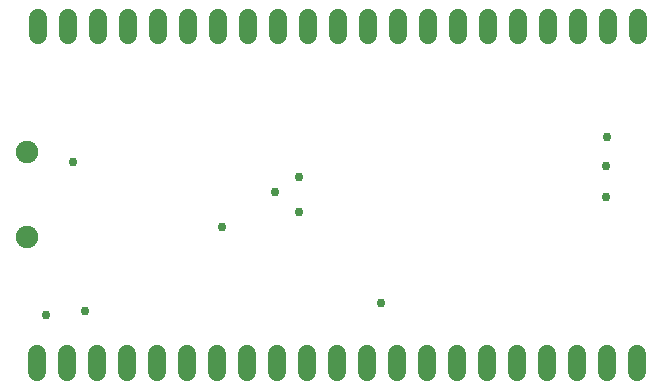
<source format=gbs>
G75*
%MOIN*%
%OFA0B0*%
%FSLAX25Y25*%
%IPPOS*%
%LPD*%
%AMOC8*
5,1,8,0,0,1.08239X$1,22.5*
%
%ADD10C,0.07480*%
%ADD11C,0.05906*%
%ADD12C,0.02953*%
D10*
X0014791Y0050030D03*
X0014791Y0078180D03*
D11*
X0018138Y0010956D02*
X0018138Y0005050D01*
X0028138Y0005050D02*
X0028138Y0010956D01*
X0038138Y0010956D02*
X0038138Y0005050D01*
X0048138Y0005050D02*
X0048138Y0010956D01*
X0058138Y0010956D02*
X0058138Y0005050D01*
X0068138Y0005050D02*
X0068138Y0010956D01*
X0078138Y0010956D02*
X0078138Y0005050D01*
X0088138Y0005050D02*
X0088138Y0010956D01*
X0098138Y0010956D02*
X0098138Y0005050D01*
X0108138Y0005050D02*
X0108138Y0010956D01*
X0118138Y0010956D02*
X0118138Y0005050D01*
X0128138Y0005050D02*
X0128138Y0010956D01*
X0138138Y0010956D02*
X0138138Y0005050D01*
X0148138Y0005050D02*
X0148138Y0010956D01*
X0158138Y0010956D02*
X0158138Y0005050D01*
X0168138Y0005050D02*
X0168138Y0010956D01*
X0178138Y0010956D02*
X0178138Y0005050D01*
X0188138Y0005050D02*
X0188138Y0010956D01*
X0198138Y0010956D02*
X0198138Y0005050D01*
X0208138Y0005050D02*
X0208138Y0010956D01*
X0218138Y0010956D02*
X0218138Y0005050D01*
X0218413Y0117255D02*
X0218413Y0123160D01*
X0208413Y0123160D02*
X0208413Y0117255D01*
X0198413Y0117255D02*
X0198413Y0123160D01*
X0188413Y0123160D02*
X0188413Y0117255D01*
X0178413Y0117255D02*
X0178413Y0123160D01*
X0168413Y0123160D02*
X0168413Y0117255D01*
X0158413Y0117255D02*
X0158413Y0123160D01*
X0148413Y0123160D02*
X0148413Y0117255D01*
X0138413Y0117255D02*
X0138413Y0123160D01*
X0128413Y0123160D02*
X0128413Y0117255D01*
X0118413Y0117255D02*
X0118413Y0123160D01*
X0108413Y0123160D02*
X0108413Y0117255D01*
X0098413Y0117255D02*
X0098413Y0123160D01*
X0088413Y0123160D02*
X0088413Y0117255D01*
X0078413Y0117255D02*
X0078413Y0123160D01*
X0068413Y0123160D02*
X0068413Y0117255D01*
X0058413Y0117255D02*
X0058413Y0123160D01*
X0048413Y0123160D02*
X0048413Y0117255D01*
X0038413Y0117255D02*
X0038413Y0123160D01*
X0028413Y0123160D02*
X0028413Y0117255D01*
X0018413Y0117255D02*
X0018413Y0123160D01*
D12*
X0030082Y0075050D03*
X0079740Y0053231D03*
X0097303Y0065050D03*
X0105539Y0070011D03*
X0105539Y0058200D03*
X0132771Y0028019D03*
X0207807Y0063369D03*
X0207870Y0073605D03*
X0208130Y0083251D03*
X0034082Y0025176D03*
X0021082Y0023987D03*
M02*

</source>
